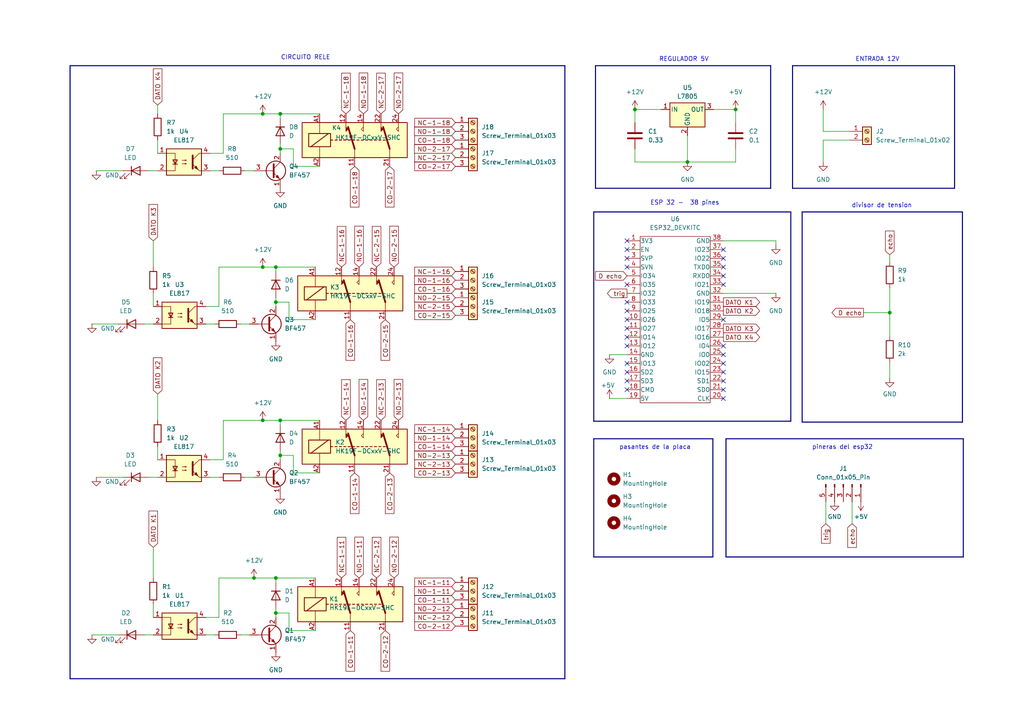
<source format=kicad_sch>
(kicad_sch (version 20250114) (generator "eeschema") (generator_version "9.0")
  (paper "A4")
  (lib_symbols
    (symbol "Connector:Conn_01x05_Pin" (pin_names (offset 1.016) (hide yes))
      (property "Reference" "J" (at 0 7.62 0))
      (property "Value" "Conn_01x05_Pin" (at 0 -7.62 0))
      (symbol "Conn_01x05_Pin_1_1"
        (pin passive line (at 5.08 5.08 180) (length 3.81) (name "Pin_1") (number "1"))
        (pin passive line (at 5.08 2.54 180) (length 3.81) (name "Pin_2") (number "2"))
        (pin passive line (at 5.08 0 180) (length 3.81) (name "Pin_3") (number "3"))
        (pin passive line (at 5.08 -2.54 180) (length 3.81) (name "Pin_4") (number "4"))
        (pin passive line (at 5.08 -5.08 180) (length 3.81) (name "Pin_5") (number "5"))
      )
    )
    (symbol "Connector:Screw_Terminal_01x02" (pin_names (offset 1.016) (hide yes))
      (property "Reference" "J" (at 0 2.54 0))
      (property "Value" "Screw_Terminal_01x02" (at 0 -5.08 0))
      (symbol "Screw_Terminal_01x02_1_1"
        (pin passive line (at -5.08 0 0) (length 3.81) (name "Pin_1") (number "1"))
        (pin passive line (at -5.08 -2.54 0) (length 3.81) (name "Pin_2") (number "2"))
      )
    )
    (symbol "Connector:Screw_Terminal_01x03" (pin_names (offset 1.016) (hide yes))
      (property "Reference" "J" (at 0 5.08 0))
      (property "Value" "Screw_Terminal_01x03" (at 0 -5.08 0))
      (symbol "Screw_Terminal_01x03_1_1"
        (pin passive line (at -5.08 2.54 0) (length 3.81) (name "Pin_1") (number "1"))
        (pin passive line (at -5.08 0 0) (length 3.81) (name "Pin_2") (number "2"))
        (pin passive line (at -5.08 -2.54 0) (length 3.81) (name "Pin_3") (number "3"))
      )
    )
    (symbol "Device:C" (pin_numbers (hide yes)) (pin_names (offset 0.254))
      (property "Reference" "C" (at 0.635 2.54 0))
      (property "Value" "C" (at 0.635 -2.54 0))
      (symbol "C_1_1"
        (pin passive line (at 0 3.81 270) (length 2.794) (name "~") (number "1"))
        (pin passive line (at 0 -3.81 90) (length 2.794) (name "~") (number "2"))
      )
    )
    (symbol "Device:D" (pin_numbers (hide yes)) (pin_names (offset 1.016) (hide yes))
      (property "Reference" "D" (at 0 2.54 0))
      (property "Value" "D" (at 0 -2.54 0))
      (symbol "D_1_1"
        (pin passive line (at -3.81 0 0) (length 2.54) (name "K") (number "1"))
        (pin passive line (at 3.81 0 180) (length 2.54) (name "A") (number "2"))
      )
    )
    (symbol "Device:LED" (pin_numbers (hide yes)) (pin_names (offset 1.016) (hide yes))
      (property "Reference" "D" (at 0 2.54 0))
      (property "Value" "LED" (at 0 -2.54 0))
      (symbol "LED_1_1"
        (pin passive line (at -3.81 0 0) (length 2.54) (name "K") (number "1"))
        (pin passive line (at 3.81 0 180) (length 2.54) (name "A") (number "2"))
      )
    )
    (symbol "Device:R" (pin_numbers (hide yes)) (pin_names (offset 0))
      (property "Reference" "R" (at 2.032 0 90))
      (property "Value" "R" (at 0 0 90))
      (symbol "R_1_1"
        (pin passive line (at 0 3.81 270) (length 1.27) (name "~") (number "1"))
        (pin passive line (at 0 -3.81 90) (length 1.27) (name "~") (number "2"))
      )
    )
    (symbol "EESTN5:ESP32_DEVKITC" (pin_names (offset 0.0254))
      (property "Reference" "U" (at 0 25.4 0))
      (property "Value" "ESP32_DEVKITC" (at 0 -25.4 0))
      (symbol "ESP32_DEVKITC_1_1"
        (pin passive line (at -13.97 22.86 0) (length 3.81) (name "3V3") (number "1"))
        (pin passive line (at -13.97 20.32 0) (length 3.81) (name "EN") (number "2"))
        (pin passive line (at -13.97 17.78 0) (length 3.81) (name "SVP") (number "3"))
        (pin passive line (at -13.97 15.24 0) (length 3.81) (name "SVN") (number "4"))
        (pin passive line (at -13.97 12.7 0) (length 3.81) (name "IO34") (number "5"))
        (pin passive line (at -13.97 10.16 0) (length 3.81) (name "IO35") (number "6"))
        (pin passive line (at -13.97 7.62 0) (length 3.81) (name "IO32") (number "7"))
        (pin passive line (at -13.97 5.08 0) (length 3.81) (name "IO33") (number "8"))
        (pin passive line (at -13.97 2.54 0) (length 3.81) (name "IO25") (number "9"))
        (pin passive line (at -13.97 0 0) (length 3.81) (name "IO26") (number "10"))
        (pin passive line (at -13.97 -2.54 0) (length 3.81) (name "IO27") (number "11"))
        (pin passive line (at -13.97 -5.08 0) (length 3.81) (name "IO14") (number "12"))
        (pin passive line (at -13.97 -7.62 0) (length 3.81) (name "IO12") (number "13"))
        (pin passive line (at -13.97 -10.16 0) (length 3.81) (name "GND") (number "14"))
        (pin passive line (at -13.97 -12.7 0) (length 3.81) (name "IO13") (number "15"))
        (pin passive line (at -13.97 -15.24 0) (length 3.81) (name "SD2") (number "16"))
        (pin passive line (at -13.97 -17.78 0) (length 3.81) (name "SD3") (number "17"))
        (pin passive line (at -13.97 -20.32 0) (length 3.81) (name "CMD") (number "18"))
        (pin passive line (at -13.97 -22.86 0) (length 3.81) (name "5V") (number "19"))
        (pin passive line (at 13.97 22.86 180) (length 3.81) (name "GND") (number "38"))
        (pin passive line (at 13.97 20.32 180) (length 3.81) (name "IO23") (number "37"))
        (pin passive line (at 13.97 17.78 180) (length 3.81) (name "IO22") (number "36"))
        (pin passive line (at 13.97 15.24 180) (length 3.81) (name "TXD0") (number "35"))
        (pin passive line (at 13.97 12.7 180) (length 3.81) (name "RXD0") (number "34"))
        (pin passive line (at 13.97 10.16 180) (length 3.81) (name "IO21") (number "33"))
        (pin passive line (at 13.97 7.62 180) (length 3.81) (name "GND") (number "32"))
        (pin passive line (at 13.97 5.08 180) (length 3.81) (name "IO19") (number "31"))
        (pin passive line (at 13.97 2.54 180) (length 3.81) (name "IO18") (number "30"))
        (pin passive line (at 13.97 0 180) (length 3.81) (name "IO5") (number "29"))
        (pin passive line (at 13.97 -2.54 180) (length 3.81) (name "IO17") (number "28"))
        (pin passive line (at 13.97 -5.08 180) (length 3.81) (name "IO16") (number "27"))
        (pin passive line (at 13.97 -7.62 180) (length 3.81) (name "IO4") (number "26"))
        (pin passive line (at 13.97 -10.16 180) (length 3.81) (name "IO0") (number "25"))
        (pin passive line (at 13.97 -12.7 180) (length 3.81) (name "IO02") (number "24"))
        (pin passive line (at 13.97 -15.24 180) (length 3.81) (name "IO15") (number "23"))
        (pin passive line (at 13.97 -17.78 180) (length 3.81) (name "SD1") (number "22"))
        (pin passive line (at 13.97 -20.32 180) (length 3.81) (name "SD0") (number "21"))
        (pin passive line (at 13.97 -22.86 180) (length 3.81) (name "CLK") (number "20"))
      )
    )
    (symbol "Isolator:EL817" (pin_names (offset 1.016))
      (property "Reference" "U" (at -5.08 5.08 0))
      (property "Value" "EL817" (at 0 5.08 0))
      (symbol "EL817_1_1"
        (pin passive line (at -7.62 2.54 0) (length 2.54) (name "~") (number "1"))
        (pin passive line (at -7.62 -2.54 0) (length 2.54) (name "~") (number "2"))
        (pin passive line (at 7.62 2.54 180) (length 2.54) (name "~") (number "4"))
        (pin passive line (at 7.62 -2.54 180) (length 2.54) (name "~") (number "3"))
      )
    )
    (symbol "Mechanical:MountingHole" (pin_names (offset 1.016)) (in_bom no)
      (property "Reference" "H" (at 0 5.08 0))
      (property "Value" "MountingHole" (at 0 3.175 0))
    )
    (symbol "Regulator_Linear:L7805" (pin_names (offset 0.254))
      (property "Reference" "U" (at -3.81 3.175 0))
      (property "Value" "L7805" (at 0 3.175 0))
      (symbol "L7805_1_1"
        (pin power_in line (at -7.62 0 0) (length 2.54) (name "IN") (number "1"))
        (pin power_in line (at 0 -7.62 90) (length 2.54) (name "GND") (number "2"))
        (pin power_out line (at 7.62 0 180) (length 2.54) (name "OUT") (number "3"))
      )
    )
    (symbol "Relay:HK19F-DCxxV-SHC"
      (property "Reference" "K" (at 16.51 3.81 0))
      (property "Value" "HK19F-DCxxV-SHC" (at 16.51 1.27 0))
      (symbol "HK19F-DCxxV-SHC_1_1"
        (pin passive line (at -10.16 7.62 270) (length 2.54) (name "~") (number "A1"))
        (pin passive line (at -10.16 -7.62 90) (length 2.54) (name "~") (number "A2"))
        (pin passive line (at -2.54 7.62 270) (length 2.54) (name "~") (number "12"))
        (pin passive line (at 0 -7.62 90) (length 2.54) (name "~") (number "11"))
        (pin passive line (at 2.54 7.62 270) (length 2.54) (name "~") (number "14"))
        (pin passive line (at 7.62 7.62 270) (length 2.54) (name "~") (number "22"))
        (pin passive line (at 10.16 -7.62 90) (length 2.54) (name "~") (number "21"))
        (pin passive line (at 12.7 7.62 270) (length 2.54) (name "~") (number "24"))
      )
    )
    (symbol "Transistor_BJT:BF457" (pin_names (offset 0) (hide yes))
      (property "Reference" "Q" (at 5.08 1.905 0))
      (property "Value" "BF457" (at 5.08 0 0))
      (symbol "BF457_1_1"
        (pin input line (at -5.08 0 0) (length 2.54) (name "B") (number "3"))
        (pin passive line (at 2.54 5.08 270) (length 2.54) (name "C") (number "2"))
        (pin passive line (at 2.54 -5.08 90) (length 2.54) (name "E") (number "1"))
      )
    )
    (symbol "power:+12C" (power) (pin_numbers (hide yes)) (pin_names (offset 0) (hide yes))
      (property "Value" "+12C" (at 0 3.556 0))
      (symbol "+12C_1_1"
        (pin power_in line (at 0 0 90) (length 0) (name "~") (number "1"))
      )
    )
    (symbol "power:+12V" (power) (pin_numbers (hide yes)) (pin_names (offset 0) (hide yes))
      (property "Value" "+12V" (at 0 3.556 0))
      (symbol "+12V_1_1"
        (pin power_in line (at 0 0 90) (length 0) (name "~") (number "1"))
      )
    )
    (symbol "power:+5V" (power) (pin_numbers (hide yes)) (pin_names (offset 0) (hide yes))
      (property "Value" "+5V" (at 0 3.556 0))
      (symbol "+5V_1_1"
        (pin power_in line (at 0 0 90) (length 0) (name "~") (number "1"))
      )
    )
    (symbol "power:GND" (power) (pin_numbers (hide yes)) (pin_names (offset 0) (hide yes))
      (property "Value" "GND" (at 0 -3.81 0))
      (symbol "GND_1_1"
        (pin power_in line (at 0 0 270) (length 0) (name "~") (number "1"))
      )
    )
  )
  (text "ESP 32 -  38 pines\n" (at 198.628 58.928 0) (effects (font (size 1.27 1.27))))
  (text "ENTRADA 12V\n" (at 254.508 17.272 0) (effects (font (size 1.27 1.27))))
  (text "pasantes de la placa\n" (at 189.992 129.794 0) (effects (font (size 1.27 1.27))))
  (text "CIRCUITO RELE" (at 88.646 16.764 0) (effects (font (size 1.27 1.27))))
  (text "REGULADOR 5V\n" (at 198.374 17.272 0) (effects (font (size 1.27 1.27))))
  (text "divisor de tension\n" (at 255.778 59.69 0) (effects (font (size 1.27 1.27))))
  (text "pineras del esp32\n" (at 244.348 129.794 0) (effects (font (size 1.27 1.27))))
  (junction (at 81.28 33.02))
  (junction (at 184.15 31.75))
  (junction (at 81.28 132.08))
  (junction (at 80.01 87.63))
  (junction (at 199.39 46.99))
  (junction (at 81.28 43.18))
  (junction (at 76.2 77.47))
  (junction (at 76.2 121.92))
  (junction (at 258.064 90.678))
  (junction (at 76.2 33.02))
  (junction (at 80.01 177.8))
  (junction (at 73.66 167.64))
  (junction (at 80.01 77.47))
  (junction (at 80.01 167.64))
  (junction (at 81.28 121.92))
  (junction (at 213.36 31.75))
  (no_connect (at 181.864 95.25))
  (no_connect (at 209.804 105.41))
  (no_connect (at 181.864 82.55))
  (no_connect (at 181.864 97.79))
  (no_connect (at 181.864 105.41))
  (no_connect (at 209.804 107.95))
  (no_connect (at 181.864 74.93))
  (no_connect (at 209.804 113.03))
  (no_connect (at 209.804 115.57))
  (no_connect (at 181.864 113.03))
  (no_connect (at 181.864 69.85))
  (no_connect (at 181.864 107.95))
  (no_connect (at 209.804 72.39))
  (no_connect (at 181.864 100.33))
  (no_connect (at 181.864 110.49))
  (no_connect (at 209.804 100.33))
  (no_connect (at 181.864 77.47))
  (no_connect (at 209.804 82.55))
  (no_connect (at 209.804 110.49))
  (no_connect (at 209.804 74.93))
  (no_connect (at 181.864 92.71))
  (no_connect (at 209.804 80.01))
  (no_connect (at 209.804 102.87))
  (no_connect (at 209.804 92.71))
  (no_connect (at 181.864 87.63))
  (no_connect (at 181.864 90.17))
  (no_connect (at 209.804 77.47))
  (no_connect (at 181.864 72.39))
  (wire (pts (xy 45.72 40.64) (xy 45.72 44.45)))
  (wire (pts (xy 91.44 92.71) (xy 83.82 92.71)))
  (wire (pts (xy 60.96 138.43) (xy 63.5 138.43)))
  (bus (pts (xy 223.52 54.61) (xy 172.72 54.61)))
  (wire (pts (xy 80.01 77.47) (xy 80.01 78.74)))
  (wire (pts (xy 81.28 33.02) (xy 81.28 34.29)))
  (bus (pts (xy 232.664 61.468) (xy 279.146 61.468)))
  (wire (pts (xy 60.96 49.53) (xy 63.5 49.53)))
  (bus (pts (xy 172.212 161.544) (xy 206.756 161.544)))
  (wire (pts (xy 81.28 130.81) (xy 81.28 132.08)))
  (wire (pts (xy 60.96 44.45) (xy 64.77 44.45)))
  (wire (pts (xy 63.5 167.64) (xy 63.5 179.07)))
  (wire (pts (xy 27.94 138.43) (xy 35.56 138.43)))
  (wire (pts (xy 81.28 33.02) (xy 92.71 33.02)))
  (wire (pts (xy 41.91 184.15) (xy 44.45 184.15)))
  (wire (pts (xy 69.85 93.98) (xy 72.39 93.98)))
  (wire (pts (xy 59.69 184.15) (xy 62.23 184.15)))
  (bus (pts (xy 229.362 61.468) (xy 229.362 122.174)))
  (wire (pts (xy 184.15 46.99) (xy 199.39 46.99)))
  (wire (pts (xy 246.38 40.64) (xy 238.76 40.64)))
  (wire (pts (xy 63.5 167.64) (xy 73.66 167.64)))
  (wire (pts (xy 209.804 85.09) (xy 225.044 85.09)))
  (bus (pts (xy 279.4 161.544) (xy 279.4 127.254)))
  (wire (pts (xy 59.69 93.98) (xy 62.23 93.98)))
  (wire (pts (xy 81.28 132.08) (xy 85.09 132.08)))
  (bus (pts (xy 20.32 19.05) (xy 163.83 19.05)))
  (wire (pts (xy 80.01 177.8) (xy 83.82 177.8)))
  (wire (pts (xy 64.77 33.02) (xy 76.2 33.02)))
  (bus (pts (xy 172.212 127.254) (xy 172.212 161.544)))
  (wire (pts (xy 83.82 92.71) (xy 83.82 87.63)))
  (wire (pts (xy 258.064 90.678) (xy 258.064 97.536)))
  (wire (pts (xy 238.76 31.75) (xy 238.76 38.1)))
  (bus (pts (xy 232.664 61.468) (xy 232.664 122.428)))
  (wire (pts (xy 76.2 77.47) (xy 80.01 77.47)))
  (wire (pts (xy 73.66 167.64) (xy 80.01 167.64)))
  (wire (pts (xy 250.444 90.678) (xy 258.064 90.678)))
  (wire (pts (xy 184.15 31.75) (xy 184.15 35.56)))
  (wire (pts (xy 80.01 176.53) (xy 80.01 177.8)))
  (wire (pts (xy 71.12 49.53) (xy 73.66 49.53)))
  (wire (pts (xy 258.064 73.914) (xy 258.064 75.946)))
  (bus (pts (xy 229.87 54.61) (xy 276.86 54.61)))
  (wire (pts (xy 59.69 179.07) (xy 63.5 179.07)))
  (wire (pts (xy 44.45 175.26) (xy 44.45 179.07)))
  (bus (pts (xy 229.87 19.05) (xy 276.86 19.05)))
  (wire (pts (xy 247.142 145.542) (xy 247.142 151.892)))
  (wire (pts (xy 213.36 46.99) (xy 213.36 43.18)))
  (wire (pts (xy 258.064 83.566) (xy 258.064 90.678)))
  (wire (pts (xy 43.18 49.53) (xy 45.72 49.53)))
  (wire (pts (xy 69.85 184.15) (xy 72.39 184.15)))
  (wire (pts (xy 238.76 40.64) (xy 238.76 46.99)))
  (wire (pts (xy 258.064 105.156) (xy 258.064 109.728)))
  (wire (pts (xy 81.28 132.08) (xy 81.28 133.35)))
  (wire (pts (xy 80.01 86.36) (xy 80.01 87.63)))
  (wire (pts (xy 207.01 31.75) (xy 213.36 31.75)))
  (wire (pts (xy 44.45 85.09) (xy 44.45 88.9)))
  (wire (pts (xy 239.522 145.542) (xy 239.522 151.892)))
  (wire (pts (xy 80.01 87.63) (xy 80.01 88.9)))
  (bus (pts (xy 172.72 19.05) (xy 223.52 19.05)))
  (wire (pts (xy 81.28 121.92) (xy 92.71 121.92)))
  (wire (pts (xy 45.72 129.54) (xy 45.72 133.35)))
  (wire (pts (xy 191.77 31.75) (xy 184.15 31.75)))
  (wire (pts (xy 45.72 114.3) (xy 45.72 121.92)))
  (wire (pts (xy 80.01 87.63) (xy 83.82 87.63)))
  (wire (pts (xy 41.91 93.98) (xy 44.45 93.98)))
  (wire (pts (xy 80.01 177.8) (xy 80.01 179.07)))
  (bus (pts (xy 210.566 127.254) (xy 279.4 127.254)))
  (wire (pts (xy 45.72 30.48) (xy 45.72 33.02)))
  (wire (pts (xy 81.28 43.18) (xy 85.09 43.18)))
  (wire (pts (xy 176.784 102.87) (xy 181.864 102.87)))
  (wire (pts (xy 44.45 69.85) (xy 44.45 77.47)))
  (bus (pts (xy 172.212 61.468) (xy 172.212 122.174)))
  (wire (pts (xy 92.71 48.26) (xy 85.09 48.26)))
  (wire (pts (xy 184.15 43.18) (xy 184.15 46.99)))
  (wire (pts (xy 85.09 137.16) (xy 85.09 132.08)))
  (wire (pts (xy 80.01 167.64) (xy 80.01 168.91)))
  (wire (pts (xy 64.77 121.92) (xy 64.77 133.35)))
  (wire (pts (xy 59.69 88.9) (xy 63.5 88.9)))
  (wire (pts (xy 81.28 121.92) (xy 81.28 123.19)))
  (bus (pts (xy 172.212 61.468) (xy 229.362 61.468)))
  (wire (pts (xy 64.77 33.02) (xy 64.77 44.45)))
  (wire (pts (xy 63.5 77.47) (xy 76.2 77.47)))
  (wire (pts (xy 27.94 49.53) (xy 35.56 49.53)))
  (wire (pts (xy 199.39 46.99) (xy 213.36 46.99)))
  (wire (pts (xy 238.76 38.1) (xy 246.38 38.1)))
  (bus (pts (xy 172.72 19.05) (xy 172.72 54.61)))
  (bus (pts (xy 163.83 196.85) (xy 163.83 19.05)))
  (bus (pts (xy 210.566 161.544) (xy 279.4 161.544)))
  (bus (pts (xy 206.756 161.544) (xy 206.756 127.254)))
  (wire (pts (xy 63.5 77.47) (xy 63.5 88.9)))
  (wire (pts (xy 80.01 167.64) (xy 91.44 167.64)))
  (wire (pts (xy 26.67 93.98) (xy 34.29 93.98)))
  (wire (pts (xy 76.2 121.92) (xy 81.28 121.92)))
  (bus (pts (xy 210.566 127.254) (xy 210.566 161.544)))
  (bus (pts (xy 276.86 19.05) (xy 276.86 54.61)))
  (wire (pts (xy 81.28 41.91) (xy 81.28 43.18)))
  (wire (pts (xy 92.71 137.16) (xy 85.09 137.16)))
  (wire (pts (xy 64.77 121.92) (xy 76.2 121.92)))
  (wire (pts (xy 43.18 138.43) (xy 45.72 138.43)))
  (bus (pts (xy 229.362 122.174) (xy 172.212 122.174)))
  (wire (pts (xy 26.67 184.15) (xy 34.29 184.15)))
  (wire (pts (xy 76.2 33.02) (xy 81.28 33.02)))
  (wire (pts (xy 199.39 39.37) (xy 199.39 46.99)))
  (wire (pts (xy 176.784 115.57) (xy 181.864 115.57)))
  (wire (pts (xy 91.44 182.88) (xy 83.82 182.88)))
  (wire (pts (xy 81.28 43.18) (xy 81.28 44.45)))
  (wire (pts (xy 85.09 48.26) (xy 85.09 43.18)))
  (wire (pts (xy 225.044 69.85) (xy 225.044 71.12)))
  (bus (pts (xy 229.87 54.61) (xy 229.87 19.05)))
  (wire (pts (xy 213.36 31.75) (xy 213.36 35.56)))
  (bus (pts (xy 20.32 196.85) (xy 163.83 196.85)))
  (bus (pts (xy 172.212 127.254) (xy 206.756 127.254)))
  (bus (pts (xy 279.146 122.428) (xy 279.146 61.468)))
  (bus (pts (xy 232.664 122.428) (xy 279.146 122.428)))
  (wire (pts (xy 209.804 69.85) (xy 225.044 69.85)))
  (wire (pts (xy 80.01 77.47) (xy 91.44 77.47)))
  (wire (pts (xy 71.12 138.43) (xy 73.66 138.43)))
  (bus (pts (xy 223.52 19.05) (xy 223.52 54.61)))
  (bus (pts (xy 20.32 19.05) (xy 20.32 196.85)))
  (wire (pts (xy 83.82 182.88) (xy 83.82 177.8)))
  (wire (pts (xy 60.96 133.35) (xy 64.77 133.35)))
  (wire (pts (xy 44.45 158.75) (xy 44.45 167.64)))
  (global_label "NC-1-18" (shape input) (at 100.33 33.02 90) (property "Intersheetrefs" "${INTERSHEET_REFS}" (effects (hide yes))))
  (global_label "NC-2-15" (shape input) (at 132.08 88.9 180) (property "Intersheetrefs" "${INTERSHEET_REFS}" (effects (hide yes))))
  (global_label "NO-2-15" (shape input) (at 114.3 77.47 90) (property "Intersheetrefs" "${INTERSHEET_REFS}" (effects (hide yes))))
  (global_label "NO-2-13" (shape input) (at 115.57 121.92 90) (property "Intersheetrefs" "${INTERSHEET_REFS}" (effects (hide yes))))
  (global_label "CO-1-18" (shape input) (at 132.08 40.64 180) (property "Intersheetrefs" "${INTERSHEET_REFS}" (effects (hide yes))))
  (global_label "NO-2-13" (shape input) (at 132.08 132.08 180) (property "Intersheetrefs" "${INTERSHEET_REFS}" (effects (hide yes))))
  (global_label "CO-1-11" (shape input) (at 132.08 173.99 180) (property "Intersheetrefs" "${INTERSHEET_REFS}" (effects (hide yes))))
  (global_label "NC-2-12" (shape input) (at 132.08 179.07 180) (property "Intersheetrefs" "${INTERSHEET_REFS}" (effects (hide yes))))
  (global_label "NO-1-18" (shape input) (at 105.41 33.02 90) (property "Intersheetrefs" "${INTERSHEET_REFS}" (effects (hide yes))))
  (global_label "NO-2-17" (shape input) (at 132.08 43.18 180) (property "Intersheetrefs" "${INTERSHEET_REFS}" (effects (hide yes))))
  (global_label "NC-2-13" (shape input) (at 132.08 134.62 180) (property "Intersheetrefs" "${INTERSHEET_REFS}" (effects (hide yes))))
  (global_label "CO-2-12" (shape input) (at 132.08 181.61 180) (property "Intersheetrefs" "${INTERSHEET_REFS}" (effects (hide yes))))
  (global_label "NC-2-13" (shape input) (at 110.49 121.92 90) (property "Intersheetrefs" "${INTERSHEET_REFS}" (effects (hide yes))))
  (global_label "NO-1-16" (shape input) (at 104.14 77.47 90) (property "Intersheetrefs" "${INTERSHEET_REFS}" (effects (hide yes))))
  (global_label "DATO K4" (shape input) (at 45.72 30.48 90) (property "Intersheetrefs" "${INTERSHEET_REFS}" (effects (hide yes))))
  (global_label "CO-2-12" (shape input) (at 111.76 182.88 270) (property "Intersheetrefs" "${INTERSHEET_REFS}" (effects (hide yes))))
  (global_label "CO-2-15" (shape input) (at 111.76 92.71 270) (property "Intersheetrefs" "${INTERSHEET_REFS}" (effects (hide yes))))
  (global_label "NO-2-12" (shape input) (at 114.3 167.64 90) (property "Intersheetrefs" "${INTERSHEET_REFS}" (effects (hide yes))))
  (global_label "NO-1-11" (shape input) (at 132.08 171.45 180) (property "Intersheetrefs" "${INTERSHEET_REFS}" (effects (hide yes))))
  (global_label "CO-2-15" (shape input) (at 132.08 91.44 180) (property "Intersheetrefs" "${INTERSHEET_REFS}" (effects (hide yes))))
  (global_label "echo" (shape input) (at 247.142 151.892 270) (property "Intersheetrefs" "${INTERSHEET_REFS}" (effects (hide yes))))
  (global_label "NC-1-11" (shape input) (at 132.08 168.91 180) (property "Intersheetrefs" "${INTERSHEET_REFS}" (effects (hide yes))))
  (global_label "NC-2-17" (shape input) (at 132.08 45.72 180) (property "Intersheetrefs" "${INTERSHEET_REFS}" (effects (hide yes))))
  (global_label "D echo" (shape output) (at 250.444 90.678 180) (property "Intersheetrefs" "${INTERSHEET_REFS}" (effects (hide yes))))
  (global_label "NO-1-16" (shape input) (at 132.08 81.28 180) (property "Intersheetrefs" "${INTERSHEET_REFS}" (effects (hide yes))))
  (global_label "CO-2-17" (shape input) (at 132.08 48.26 180) (property "Intersheetrefs" "${INTERSHEET_REFS}" (effects (hide yes))))
  (global_label "DATO K1" (shape input) (at 44.45 158.75 90) (property "Intersheetrefs" "${INTERSHEET_REFS}" (effects (hide yes))))
  (global_label "NC-1-16" (shape input) (at 99.06 77.47 90) (property "Intersheetrefs" "${INTERSHEET_REFS}" (effects (hide yes))))
  (global_label "CO-2-13" (shape input) (at 113.03 137.16 270) (property "Intersheetrefs" "${INTERSHEET_REFS}" (effects (hide yes))))
  (global_label "echo" (shape input) (at 258.064 73.914 90) (property "Intersheetrefs" "${INTERSHEET_REFS}" (effects (hide yes))))
  (global_label "NO-2-15" (shape input) (at 132.08 86.36 180) (property "Intersheetrefs" "${INTERSHEET_REFS}" (effects (hide yes))))
  (global_label "NC-1-18" (shape input) (at 132.08 35.56 180) (property "Intersheetrefs" "${INTERSHEET_REFS}" (effects (hide yes))))
  (global_label "CO-1-16" (shape input) (at 132.08 83.82 180) (property "Intersheetrefs" "${INTERSHEET_REFS}" (effects (hide yes))))
  (global_label "NC-1-11" (shape input) (at 99.06 167.64 90) (property "Intersheetrefs" "${INTERSHEET_REFS}" (effects (hide yes))))
  (global_label "NC-2-17" (shape input) (at 110.49 33.02 90) (property "Intersheetrefs" "${INTERSHEET_REFS}" (effects (hide yes))))
  (global_label "CO-1-18" (shape input) (at 102.87 48.26 270) (property "Intersheetrefs" "${INTERSHEET_REFS}" (effects (hide yes))))
  (global_label "D echo" (shape input) (at 181.864 80.01 180) (property "Intersheetrefs" "${INTERSHEET_REFS}" (effects (hide yes))))
  (global_label "NO-1-14" (shape input) (at 132.08 127 180) (property "Intersheetrefs" "${INTERSHEET_REFS}" (effects (hide yes))))
  (global_label "NC-1-16" (shape input) (at 132.08 78.74 180) (property "Intersheetrefs" "${INTERSHEET_REFS}" (effects (hide yes))))
  (global_label "CO-1-14" (shape input) (at 102.87 137.16 270) (property "Intersheetrefs" "${INTERSHEET_REFS}" (effects (hide yes))))
  (global_label "NO-2-17" (shape input) (at 115.57 33.02 90) (property "Intersheetrefs" "${INTERSHEET_REFS}" (effects (hide yes))))
  (global_label "NO-1-11" (shape input) (at 104.14 167.64 90) (property "Intersheetrefs" "${INTERSHEET_REFS}" (effects (hide yes))))
  (global_label "NC-1-14" (shape input) (at 132.08 124.46 180) (property "Intersheetrefs" "${INTERSHEET_REFS}" (effects (hide yes))))
  (global_label "trig" (shape output) (at 181.864 85.09 180) (property "Intersheetrefs" "${INTERSHEET_REFS}" (effects (hide yes))))
  (global_label "NC-2-12" (shape input) (at 109.22 167.64 90) (property "Intersheetrefs" "${INTERSHEET_REFS}" (effects (hide yes))))
  (global_label "DATO K4" (shape output) (at 209.804 97.79 0) (property "Intersheetrefs" "${INTERSHEET_REFS}" (effects (hide yes))))
  (global_label "DATO K2" (shape output) (at 209.804 90.17 0) (property "Intersheetrefs" "${INTERSHEET_REFS}" (effects (hide yes))))
  (global_label "DATO K1" (shape output) (at 209.804 87.63 0) (property "Intersheetrefs" "${INTERSHEET_REFS}" (effects (hide yes))))
  (global_label "NC-1-14" (shape input) (at 100.33 121.92 90) (property "Intersheetrefs" "${INTERSHEET_REFS}" (effects (hide yes))))
  (global_label "trig" (shape input) (at 239.522 151.892 270) (property "Intersheetrefs" "${INTERSHEET_REFS}" (effects (hide yes))))
  (global_label "CO-2-13" (shape input) (at 132.08 137.16 180) (property "Intersheetrefs" "${INTERSHEET_REFS}" (effects (hide yes))))
  (global_label "CO-1-11" (shape input) (at 101.6 182.88 270) (property "Intersheetrefs" "${INTERSHEET_REFS}" (effects (hide yes))))
  (global_label "DATO K3" (shape input) (at 44.45 69.85 90) (property "Intersheetrefs" "${INTERSHEET_REFS}" (effects (hide yes))))
  (global_label "CO-2-17" (shape input) (at 113.03 48.26 270) (property "Intersheetrefs" "${INTERSHEET_REFS}" (effects (hide yes))))
  (global_label "NO-1-18" (shape input) (at 132.08 38.1 180) (property "Intersheetrefs" "${INTERSHEET_REFS}" (effects (hide yes))))
  (global_label "NO-1-14" (shape input) (at 105.41 121.92 90) (property "Intersheetrefs" "${INTERSHEET_REFS}" (effects (hide yes))))
  (global_label "DATO K2" (shape input) (at 45.72 114.3 90) (property "Intersheetrefs" "${INTERSHEET_REFS}" (effects (hide yes))))
  (global_label "NO-2-12" (shape input) (at 132.08 176.53 180) (property "Intersheetrefs" "${INTERSHEET_REFS}" (effects (hide yes))))
  (global_label "CO-1-16" (shape input) (at 101.6 92.71 270) (property "Intersheetrefs" "${INTERSHEET_REFS}" (effects (hide yes))))
  (global_label "NC-2-15" (shape input) (at 109.22 77.47 90) (property "Intersheetrefs" "${INTERSHEET_REFS}" (effects (hide yes))))
  (global_label "DATO K3" (shape output) (at 209.804 95.25 0) (property "Intersheetrefs" "${INTERSHEET_REFS}" (effects (hide yes))))
  (global_label "CO-1-14" (shape input) (at 132.08 129.54 180) (property "Intersheetrefs" "${INTERSHEET_REFS}" (effects (hide yes))))
  (symbol (lib_id "Mechanical:MountingHole") (at 178.054 145.288 0) (unit 1) (in_bom no)
    (property "Reference" "H3" (at 180.594 144.0179 0) (effects (justify left)))
    (property "Value" "MountingHole" (at 180.594 146.5579 0) (effects (justify left)))
    (property "Footprint" "MountingHole:MountingHole_2.1mm" (effects (hide yes)))
    (property "Description" "Mounting Hole without connection" (effects (hide yes)))
  )
  (symbol (lib_id "power:GND") (at 258.064 109.728 0) (unit 1)
    (property "Reference" "#PWR015" (effects (hide yes)))
    (property "Value" "GND" (at 258.064 114.3 0))
    (property "Description" "Power symbol creates a global label with name \"GND\" , ground" (effects (hide yes)))
  )
  (symbol (lib_id "Transistor_BJT:BF457") (at 77.47 93.98 0) (unit 1)
    (property "Reference" "Q3" (at 82.55 92.7099 0) (effects (justify left)))
    (property "Value" "BF457" (at 82.55 95.2499 0) (effects (justify left)))
    (property "Footprint" "Package_TO_SOT_SMD:SOT-23" (effects (hide yes)))
    (property "Datasheet" "https://www.pcpaudio.com/pcpfiles/transistores/BF457-8-9.pdf" (effects (hide yes)))
    (property "Description" "0.1A Ic, 160V Vce, High Voltage NPN Transistor, TO-126" (effects (hide yes)))
  )
  (symbol (lib_id "Isolator:EL817") (at 52.07 91.44 0) (unit 1)
    (property "Reference" "U3" (at 52.07 82.55 0))
    (property "Value" "EL817" (at 52.07 85.09 0))
    (property "Footprint" "Package_DIP:DIP-4_W7.62mm" (effects (hide yes)))
    (property "Datasheet" "http://www.everlight.com/file/ProductFile/EL817.pdf" (effects (hide yes)))
    (property "Description" "DC Optocoupler, Vce 35V, DIP-4" (effects (hide yes)))
  )
  (symbol (lib_id "power:GND") (at 80.01 99.06 0) (unit 1)
    (property "Reference" "#PWR06" (effects (hide yes)))
    (property "Value" "GND" (at 80.01 104.14 0))
    (property "Description" "Power symbol creates a global label with name \"GND\" , ground" (effects (hide yes)))
  )
  (symbol (lib_id "Device:C") (at 184.15 39.37 0) (unit 1)
    (property "Reference" "C1" (at 187.96 38.0999 0) (effects (justify left)))
    (property "Value" "0.33" (at 187.96 40.6399 0) (effects (justify left)))
    (property "Footprint" "Capacitor_SMD:C_0805_2012Metric" (effects (hide yes)))
    (property "Description" "Unpolarized capacitor" (effects (hide yes)))
  )
  (symbol (lib_id "Device:LED") (at 38.1 184.15 0) (unit 1)
    (property "Reference" "D2" (at 36.5125 177.8 0))
    (property "Value" "LED" (at 36.5125 180.34 0))
    (property "Footprint" "LED_SMD:LED_0805_2012Metric" (effects (hide yes)))
    (property "Description" "Light emitting diode" (effects (hide yes)))
    (property "Sim.Pins" "1=K 2=A" (effects (hide yes)))
  )
  (symbol (lib_id "Connector:Screw_Terminal_01x03") (at 137.16 134.62 0) (unit 1)
    (property "Reference" "J13" (at 139.7 133.3499 0) (effects (justify left)))
    (property "Value" "Screw_Terminal_01x03" (at 139.7 135.8899 0) (effects (justify left)))
    (property "Footprint" "TerminalBlock:TerminalBlock_Xinya_XY308-2.54-3P_1x03_P2.54mm_Horizontal" (effects (hide yes)))
    (property "Description" "Generic screw terminal, single row, 01x03, script generated (kicad-library-utils/schlib/autogen/connector/)" (effects (hide yes)))
  )
  (symbol (lib_id "Connector:Screw_Terminal_01x03") (at 137.16 45.72 0) (unit 1)
    (property "Reference" "J17" (at 139.7 44.4499 0) (effects (justify left)))
    (property "Value" "Screw_Terminal_01x03" (at 139.7 46.9899 0) (effects (justify left)))
    (property "Footprint" "TerminalBlock:TerminalBlock_Xinya_XY308-2.54-3P_1x03_P2.54mm_Horizontal" (effects (hide yes)))
    (property "Description" "Generic screw terminal, single row, 01x03, script generated (kicad-library-utils/schlib/autogen/connector/)" (effects (hide yes)))
  )
  (symbol (lib_id "Mechanical:MountingHole") (at 178.054 151.638 0) (unit 1) (in_bom no)
    (property "Reference" "H4" (at 180.594 150.3679 0) (effects (justify left)))
    (property "Value" "MountingHole" (at 180.594 152.9079 0) (effects (justify left)))
    (property "Footprint" "MountingHole:MountingHole_2.1mm" (effects (hide yes)))
    (property "Description" "Mounting Hole without connection" (effects (hide yes)))
  )
  (symbol (lib_id "Transistor_BJT:BF457") (at 77.47 184.15 0) (unit 1)
    (property "Reference" "Q1" (at 82.55 182.8799 0) (effects (justify left)))
    (property "Value" "BF457" (at 82.55 185.4199 0) (effects (justify left)))
    (property "Footprint" "Package_TO_SOT_SMD:SOT-23" (effects (hide yes)))
    (property "Datasheet" "https://www.pcpaudio.com/pcpfiles/transistores/BF457-8-9.pdf" (effects (hide yes)))
    (property "Description" "0.1A Ic, 160V Vce, High Voltage NPN Transistor, TO-126" (effects (hide yes)))
  )
  (symbol (lib_id "Regulator_Linear:L7805") (at 199.39 31.75 0) (unit 1)
    (property "Reference" "U5" (at 199.39 25.4 0))
    (property "Value" "L7805" (at 199.39 27.94 0))
    (property "Footprint" "Package_TO_SOT_SMD:TO-263-3_TabPin2" (effects (hide yes)))
    (property "Datasheet" "http://www.st.com/content/ccc/resource/technical/document/datasheet/41/4f/b3/b0/12/d4/47/88/CD00000444.pdf/files/CD00000444.pdf/jcr:content/translations/en.CD00000444.pdf" (effects (hide yes)))
    (property "Description" "Positive 1.5A 35V Linear Regulator, Fixed Output 5V, TO-220/TO-263/TO-252" (effects (hide yes)))
  )
  (symbol (lib_id "power:GND") (at 238.76 46.99 0) (unit 1)
    (property "Reference" "#PWR013" (effects (hide yes)))
    (property "Value" "GND" (at 238.76 52.07 0))
    (property "Description" "Power symbol creates a global label with name \"GND\" , ground" (effects (hide yes)))
  )
  (symbol (lib_id "Relay:HK19F-DCxxV-SHC") (at 102.87 129.54 0) (unit 1)
    (property "Reference" "K2" (at 97.282 128.27 0) (effects (justify left)))
    (property "Value" "HK19F-DCxxV-SHC" (at 97.282 130.81 0) (effects (justify left)))
    (property "Footprint" "Relay_THT:Relay_DPDT_Finder_30.22" (effects (hide yes)))
    (property "Datasheet" "https://www.lcsc.com/datasheet/lcsc_datasheet_1810201512_Ningbo-Keke-New-Era-Appliance-HK19F-DC12V-SHG_C42803.pdf" (effects (hide yes)))
    (property "Description" "HuiKe 19F monostable relay, DPDT, 1A" (effects (hide yes)))
  )
  (symbol (lib_id "Relay:HK19F-DCxxV-SHC") (at 101.6 175.26 0) (unit 1)
    (property "Reference" "K1" (at 95.504 173.736 0) (effects (justify left)))
    (property "Value" "HK19F-DCxxV-SHC" (at 95.504 176.276 0) (effects (justify left)))
    (property "Footprint" "Relay_THT:Relay_DPDT_Finder_30.22" (effects (hide yes)))
    (property "Datasheet" "https://www.lcsc.com/datasheet/lcsc_datasheet_1810201512_Ningbo-Keke-New-Era-Appliance-HK19F-DC12V-SHG_C42803.pdf" (effects (hide yes)))
    (property "Description" "HuiKe 19F monostable relay, DPDT, 1A" (effects (hide yes)))
  )
  (symbol (lib_id "power:GND") (at 80.01 189.23 0) (unit 1)
    (property "Reference" "#PWR01" (effects (hide yes)))
    (property "Value" "GND" (at 80.01 194.31 0))
    (property "Description" "Power symbol creates a global label with name \"GND\" , ground" (effects (hide yes)))
  )
  (symbol (lib_id "Connector:Conn_01x05_Pin") (at 244.602 140.462 270) (unit 1)
    (property "Reference" "J1" (at 244.602 135.89 90))
    (property "Value" "Conn_01x05_Pin" (at 244.602 138.43 90))
    (property "Footprint" "Connector_PinHeader_2.54mm:PinHeader_1x05_P2.54mm_Vertical" (effects (hide yes)))
    (property "Description" "Generic connector, single row, 01x05, script generated" (effects (hide yes)))
  )
  (symbol (lib_id "power:GND") (at 225.044 71.12 0) (unit 1)
    (property "Reference" "#PWR023" (effects (hide yes)))
    (property "Value" "GND" (at 225.044 76.2 0))
    (property "Description" "Power symbol creates a global label with name \"GND\" , ground" (effects (hide yes)))
  )
  (symbol (lib_id "Device:R") (at 45.72 125.73 0) (unit 1)
    (property "Reference" "R3" (at 48.26 124.4599 0) (effects (justify left)))
    (property "Value" "1k" (at 48.26 126.9999 0) (effects (justify left)))
    (property "Footprint" "Resistor_SMD:R_0805_2012Metric" (effects (hide yes)))
    (property "Description" "Resistor" (effects (hide yes)))
  )
  (symbol (lib_id "Device:LED") (at 39.37 49.53 0) (unit 1)
    (property "Reference" "D7" (at 37.7825 43.18 0))
    (property "Value" "LED" (at 37.7825 45.72 0))
    (property "Footprint" "LED_SMD:LED_0805_2012Metric" (effects (hide yes)))
    (property "Description" "Light emitting diode" (effects (hide yes)))
    (property "Sim.Pins" "1=K 2=A" (effects (hide yes)))
  )
  (symbol (lib_id "Device:LED") (at 38.1 93.98 0) (unit 1)
    (property "Reference" "D5" (at 36.5125 87.63 0))
    (property "Value" "LED" (at 36.5125 90.17 0))
    (property "Footprint" "LED_SMD:LED_0805_2012Metric" (effects (hide yes)))
    (property "Description" "Light emitting diode" (effects (hide yes)))
    (property "Sim.Pins" "1=K 2=A" (effects (hide yes)))
  )
  (symbol (lib_id "power:+12V") (at 76.2 121.92 0) (unit 1)
    (property "Reference" "#PWR019" (effects (hide yes)))
    (property "Value" "+12V" (at 76.2 116.84 0))
    (property "Description" "Power symbol creates a global label with name \"+12V\"" (effects (hide yes)))
  )
  (symbol (lib_id "power:GND") (at 27.94 138.43 0) (unit 1)
    (property "Reference" "#PWR03" (effects (hide yes)))
    (property "Value" "GND" (at 30.48 139.6999 0) (effects (justify left)))
    (property "Description" "Power symbol creates a global label with name \"GND\" , ground" (effects (hide yes)))
  )
  (symbol (lib_id "Device:D") (at 80.01 172.72 270) (unit 1)
    (property "Reference" "D1" (at 82.55 171.4499 90) (effects (justify left)))
    (property "Value" "D" (at 82.55 173.9899 90) (effects (justify left)))
    (property "Footprint" "Diode_SMD:D_0805_2012Metric" (effects (hide yes)))
    (property "Description" "Diode" (effects (hide yes)))
    (property "Sim.Device" "D" (effects (hide yes)))
    (property "Sim.Pins" "1=K 2=A" (effects (hide yes)))
  )
  (symbol (lib_id "power:+5V") (at 176.784 115.57 0) (unit 1)
    (property "Reference" "#PWR025" (effects (hide yes)))
    (property "Value" "+5V" (at 174.244 111.76 0) (effects (justify left)))
    (property "Description" "Power symbol creates a global label with name \"+5V\"" (effects (hide yes)))
  )
  (symbol (lib_id "power:GND") (at 242.062 145.542 0) (unit 1)
    (property "Reference" "#PWR017" (effects (hide yes)))
    (property "Value" "GND" (at 242.062 149.86 0))
    (property "Description" "Power symbol creates a global label with name \"GND\" , ground" (effects (hide yes)))
  )
  (symbol (lib_id "Device:D") (at 81.28 38.1 270) (unit 1)
    (property "Reference" "D8" (at 83.82 36.8299 90) (effects (justify left)))
    (property "Value" "D" (at 83.82 39.3699 90) (effects (justify left)))
    (property "Footprint" "Diode_SMD:D_0805_2012Metric" (effects (hide yes)))
    (property "Description" "Diode" (effects (hide yes)))
    (property "Sim.Device" "D" (effects (hide yes)))
    (property "Sim.Pins" "1=K 2=A" (effects (hide yes)))
  )
  (symbol (lib_id "Relay:HK19F-DCxxV-SHC") (at 102.87 40.64 0) (unit 1)
    (property "Reference" "K4" (at 96.266 37.084 0) (effects (justify left)))
    (property "Value" "HK19F-DCxxV-SHC" (at 97.282 39.878 0) (effects (justify left)))
    (property "Footprint" "Relay_THT:Relay_DPDT_Finder_30.22" (effects (hide yes)))
    (property "Datasheet" "https://www.lcsc.com/datasheet/lcsc_datasheet_1810201512_Ningbo-Keke-New-Era-Appliance-HK19F-DC12V-SHG_C42803.pdf" (effects (hide yes)))
    (property "Description" "HuiKe 19F monostable relay, DPDT, 1A" (effects (hide yes)))
  )
  (symbol (lib_id "Isolator:EL817") (at 53.34 135.89 0) (unit 1)
    (property "Reference" "U2" (at 53.34 127 0))
    (property "Value" "EL817" (at 53.34 129.54 0))
    (property "Footprint" "Package_DIP:DIP-4_W7.62mm" (effects (hide yes)))
    (property "Datasheet" "http://www.everlight.com/file/ProductFile/EL817.pdf" (effects (hide yes)))
    (property "Description" "DC Optocoupler, Vce 35V, DIP-4" (effects (hide yes)))
  )
  (symbol (lib_id "power:GND") (at 199.39 46.99 0) (unit 1)
    (property "Reference" "#PWR09" (effects (hide yes)))
    (property "Value" "GND" (at 199.39 52.07 0))
    (property "Description" "Power symbol creates a global label with name \"GND\" , ground" (effects (hide yes)))
  )
  (symbol (lib_id "Transistor_BJT:BF457") (at 78.74 138.43 0) (unit 1)
    (property "Reference" "Q2" (at 83.82 137.1599 0) (effects (justify left)))
    (property "Value" "BF457" (at 83.82 139.6999 0) (effects (justify left)))
    (property "Footprint" "Package_TO_SOT_SMD:SOT-23" (effects (hide yes)))
    (property "Datasheet" "https://www.pcpaudio.com/pcpfiles/transistores/BF457-8-9.pdf" (effects (hide yes)))
    (property "Description" "0.1A Ic, 160V Vce, High Voltage NPN Transistor, TO-126" (effects (hide yes)))
  )
  (symbol (lib_id "Connector:Screw_Terminal_01x03") (at 137.16 171.45 0) (unit 1)
    (property "Reference" "J12" (at 139.7 170.1799 0) (effects (justify left)))
    (property "Value" "Screw_Terminal_01x03" (at 139.7 172.7199 0) (effects (justify left)))
    (property "Footprint" "TerminalBlock:TerminalBlock_Xinya_XY308-2.54-3P_1x03_P2.54mm_Horizontal" (effects (hide yes)))
    (property "Description" "Generic screw terminal, single row, 01x03, script generated (kicad-library-utils/schlib/autogen/connector/)" (effects (hide yes)))
  )
  (symbol (lib_id "Connector:Screw_Terminal_01x03") (at 137.16 81.28 0) (unit 1)
    (property "Reference" "J16" (at 139.7 80.0099 0) (effects (justify left)))
    (property "Value" "Screw_Terminal_01x03" (at 139.7 82.5499 0) (effects (justify left)))
    (property "Footprint" "TerminalBlock:TerminalBlock_Xinya_XY308-2.54-3P_1x03_P2.54mm_Horizontal" (effects (hide yes)))
    (property "Description" "Generic screw terminal, single row, 01x03, script generated (kicad-library-utils/schlib/autogen/connector/)" (effects (hide yes)))
  )
  (symbol (lib_id "Connector:Screw_Terminal_01x03") (at 137.16 88.9 0) (unit 1)
    (property "Reference" "J15" (at 139.7 87.6299 0) (effects (justify left)))
    (property "Value" "Screw_Terminal_01x03" (at 139.7 90.1699 0) (effects (justify left)))
    (property "Footprint" "TerminalBlock:TerminalBlock_Xinya_XY308-2.54-3P_1x03_P2.54mm_Horizontal" (effects (hide yes)))
    (property "Description" "Generic screw terminal, single row, 01x03, script generated (kicad-library-utils/schlib/autogen/connector/)" (effects (hide yes)))
  )
  (symbol (lib_id "power:GND") (at 225.044 85.09 0) (unit 1)
    (property "Reference" "#PWR022" (effects (hide yes)))
    (property "Value" "GND" (at 225.044 90.17 0))
    (property "Description" "Power symbol creates a global label with name \"GND\" , ground" (effects (hide yes)))
  )
  (symbol (lib_id "Isolator:EL817") (at 53.34 46.99 0) (unit 1)
    (property "Reference" "U4" (at 53.34 38.1 0))
    (property "Value" "EL817" (at 53.34 40.64 0))
    (property "Footprint" "Package_DIP:DIP-4_W7.62mm" (effects (hide yes)))
    (property "Datasheet" "http://www.everlight.com/file/ProductFile/EL817.pdf" (effects (hide yes)))
    (property "Description" "DC Optocoupler, Vce 35V, DIP-4" (effects (hide yes)))
  )
  (symbol (lib_id "Device:R") (at 44.45 81.28 0) (unit 1)
    (property "Reference" "R5" (at 46.99 80.0099 0) (effects (justify left)))
    (property "Value" "1k" (at 46.99 82.5499 0) (effects (justify left)))
    (property "Footprint" "Resistor_SMD:R_0805_2012Metric" (effects (hide yes)))
    (property "Description" "Resistor" (effects (hide yes)))
  )
  (symbol (lib_id "power:+12V") (at 76.2 33.02 0) (unit 1)
    (property "Reference" "#PWR021" (effects (hide yes)))
    (property "Value" "+12V" (at 76.2 27.94 0))
    (property "Description" "Power symbol creates a global label with name \"+12V\"" (effects (hide yes)))
  )
  (symbol (lib_id "Isolator:EL817") (at 52.07 181.61 0) (unit 1)
    (property "Reference" "U1" (at 52.07 172.72 0))
    (property "Value" "EL817" (at 52.07 175.26 0))
    (property "Footprint" "Package_DIP:DIP-4_W7.62mm" (effects (hide yes)))
    (property "Datasheet" "http://www.everlight.com/file/ProductFile/EL817.pdf" (effects (hide yes)))
    (property "Description" "DC Optocoupler, Vce 35V, DIP-4" (effects (hide yes)))
  )
  (symbol (lib_id "Mechanical:MountingHole") (at 178.054 138.938 0) (unit 1) (in_bom no)
    (property "Reference" "H1" (at 180.594 137.6679 0) (effects (justify left)))
    (property "Value" "MountingHole" (at 180.594 140.2079 0) (effects (justify left)))
    (property "Footprint" "MountingHole:MountingHole_2.1mm" (effects (hide yes)))
    (property "Description" "Mounting Hole without connection" (effects (hide yes)))
  )
  (symbol (lib_id "Relay:HK19F-DCxxV-SHC") (at 101.6 85.09 0) (unit 1)
    (property "Reference" "K3" (at 95.758 83.312 0) (effects (justify left)))
    (property "Value" "HK19F-DCxxV-SHC" (at 95.758 85.852 0) (effects (justify left)))
    (property "Footprint" "Relay_THT:Relay_DPDT_Finder_30.22" (effects (hide yes)))
    (property "Datasheet" "https://www.lcsc.com/datasheet/lcsc_datasheet_1810201512_Ningbo-Keke-New-Era-Appliance-HK19F-DC12V-SHG_C42803.pdf" (effects (hide yes)))
    (property "Description" "HuiKe 19F monostable relay, DPDT, 1A" (effects (hide yes)))
  )
  (symbol (lib_id "power:+12V") (at 73.66 167.64 0) (unit 1)
    (property "Reference" "#PWR018" (effects (hide yes)))
    (property "Value" "+12V" (at 73.66 162.56 0))
    (property "Description" "Power symbol creates a global label with name \"+12V\"" (effects (hide yes)))
  )
  (symbol (lib_id "Device:R") (at 67.31 138.43 90) (unit 1)
    (property "Reference" "R4" (at 67.31 132.08 90))
    (property "Value" "510" (at 67.31 134.62 90))
    (property "Footprint" "Resistor_SMD:R_0805_2012Metric" (effects (hide yes)))
    (property "Description" "Resistor" (effects (hide yes)))
  )
  (symbol (lib_id "power:GND") (at 27.94 49.53 0) (unit 1)
    (property "Reference" "#PWR07" (effects (hide yes)))
    (property "Value" "GND" (at 30.48 50.7999 0) (effects (justify left)))
    (property "Description" "Power symbol creates a global label with name \"GND\" , ground" (effects (hide yes)))
  )
  (symbol (lib_id "Device:R") (at 258.064 101.346 0) (unit 1)
    (property "Reference" "R10" (at 260.35 100.0759 0) (effects (justify left)))
    (property "Value" "2k" (at 260.35 102.6159 0) (effects (justify left)))
    (property "Footprint" "Resistor_THT:R_Axial_DIN0204_L3.6mm_D1.6mm_P7.62mm_Horizontal" (effects (hide yes)))
    (property "Description" "Resistor" (effects (hide yes)))
  )
  (symbol (lib_id "power:+5V") (at 213.36 31.75 0) (unit 1)
    (property "Reference" "#PWR011" (effects (hide yes)))
    (property "Value" "+5V" (at 213.36 26.67 0))
    (property "Description" "Power symbol creates a global label with name \"+5V\"" (effects (hide yes)))
  )
  (symbol (lib_id "power:GND") (at 26.67 184.15 0) (unit 1)
    (property "Reference" "#PWR02" (effects (hide yes)))
    (property "Value" "GND" (at 29.21 185.4199 0) (effects (justify left)))
    (property "Description" "Power symbol creates a global label with name \"GND\" , ground" (effects (hide yes)))
  )
  (symbol (lib_id "EESTN5:ESP32_DEVKITC") (at 195.834 92.71 0) (unit 1)
    (property "Reference" "U6" (at 195.834 63.5 0))
    (property "Value" "ESP32_DEVKITC" (at 195.834 66.04 0))
    (property "Footprint" "EESTN5:ESP32_DEVKITC" (effects (hide yes)))
    (property "Description" "ESP32-DEVKITC" (effects (hide yes)))
  )
  (symbol (lib_id "power:GND") (at 81.28 143.51 0) (unit 1)
    (property "Reference" "#PWR04" (effects (hide yes)))
    (property "Value" "GND" (at 81.28 148.59 0))
    (property "Description" "Power symbol creates a global label with name \"GND\" , ground" (effects (hide yes)))
  )
  (symbol (lib_id "Device:C") (at 213.36 39.37 0) (unit 1)
    (property "Reference" "C2" (at 217.17 38.0999 0) (effects (justify left)))
    (property "Value" "0.1" (at 217.17 40.6399 0) (effects (justify left)))
    (property "Footprint" "Capacitor_SMD:C_0805_2012Metric" (effects (hide yes)))
    (property "Description" "Unpolarized capacitor" (effects (hide yes)))
  )
  (symbol (lib_id "power:GND") (at 26.67 93.98 0) (unit 1)
    (property "Reference" "#PWR05" (effects (hide yes)))
    (property "Value" "GND" (at 29.21 95.2499 0) (effects (justify left)))
    (property "Description" "Power symbol creates a global label with name \"GND\" , ground" (effects (hide yes)))
  )
  (symbol (lib_id "Device:R") (at 66.04 93.98 90) (unit 1)
    (property "Reference" "R6" (at 66.04 87.63 90))
    (property "Value" "510" (at 66.04 90.17 90))
    (property "Footprint" "Resistor_SMD:R_0805_2012Metric" (effects (hide yes)))
    (property "Description" "Resistor" (effects (hide yes)))
  )
  (symbol (lib_id "Device:D") (at 80.01 82.55 270) (unit 1)
    (property "Reference" "D6" (at 82.55 81.2799 90) (effects (justify left)))
    (property "Value" "D" (at 82.55 83.8199 90) (effects (justify left)))
    (property "Footprint" "Diode_SMD:D_0805_2012Metric" (effects (hide yes)))
    (property "Description" "Diode" (effects (hide yes)))
    (property "Sim.Device" "D" (effects (hide yes)))
    (property "Sim.Pins" "1=K 2=A" (effects (hide yes)))
  )
  (symbol (lib_id "Device:R") (at 45.72 36.83 0) (unit 1)
    (property "Reference" "R7" (at 48.26 35.5599 0) (effects (justify left)))
    (property "Value" "1k" (at 48.26 38.0999 0) (effects (justify left)))
    (property "Footprint" "Resistor_SMD:R_0805_2012Metric" (effects (hide yes)))
    (property "Description" "Resistor" (effects (hide yes)))
  )
  (symbol (lib_id "power:+5V") (at 249.682 145.542 180) (unit 1)
    (property "Reference" "#PWR016" (effects (hide yes)))
    (property "Value" "+5V" (at 249.682 149.86 0))
    (property "Description" "Power symbol creates a global label with name \"+5V\"" (effects (hide yes)))
  )
  (symbol (lib_id "Device:R") (at 67.31 49.53 90) (unit 1)
    (property "Reference" "R8" (at 67.31 43.18 90))
    (property "Value" "510" (at 67.31 45.72 90))
    (property "Footprint" "Resistor_SMD:R_0805_2012Metric" (effects (hide yes)))
    (property "Description" "Resistor" (effects (hide yes)))
  )
  (symbol (lib_id "power:+12C") (at 184.15 31.75 0) (unit 1)
    (property "Reference" "#PWR010" (effects (hide yes)))
    (property "Value" "+12V" (at 184.15 26.67 0))
    (property "Description" "Power symbol creates a global label with name \"+12C\"" (effects (hide yes)))
  )
  (symbol (lib_id "Device:D") (at 81.28 127 270) (unit 1)
    (property "Reference" "D4" (at 83.82 125.7299 90) (effects (justify left)))
    (property "Value" "D" (at 83.82 128.2699 90) (effects (justify left)))
    (property "Footprint" "Diode_SMD:D_0805_2012Metric" (effects (hide yes)))
    (property "Description" "Diode" (effects (hide yes)))
    (property "Sim.Device" "D" (effects (hide yes)))
    (property "Sim.Pins" "1=K 2=A" (effects (hide yes)))
  )
  (symbol (lib_id "power:+12V") (at 76.2 77.47 0) (unit 1)
    (property "Reference" "#PWR020" (effects (hide yes)))
    (property "Value" "+12V" (at 76.2 72.39 0))
    (property "Description" "Power symbol creates a global label with name \"+12V\"" (effects (hide yes)))
  )
  (symbol (lib_id "power:GND") (at 81.28 54.61 0) (unit 1)
    (property "Reference" "#PWR08" (effects (hide yes)))
    (property "Value" "GND" (at 81.28 59.69 0))
    (property "Description" "Power symbol creates a global label with name \"GND\" , ground" (effects (hide yes)))
  )
  (symbol (lib_id "power:GND") (at 176.784 102.87 0) (unit 1)
    (property "Reference" "#PWR014" (effects (hide yes)))
    (property "Value" "GND" (at 176.784 107.95 0))
    (property "Description" "Power symbol creates a global label with name \"GND\" , ground" (effects (hide yes)))
  )
  (symbol (lib_id "Device:R") (at 66.04 184.15 90) (unit 1)
    (property "Reference" "R2" (at 66.04 177.8 90))
    (property "Value" "510" (at 66.04 180.34 90))
    (property "Footprint" "Resistor_SMD:R_0805_2012Metric" (effects (hide yes)))
    (property "Description" "Resistor" (effects (hide yes)))
  )
  (symbol (lib_id "Device:R") (at 44.45 171.45 0) (unit 1)
    (property "Reference" "R1" (at 46.99 170.1799 0) (effects (justify left)))
    (property "Value" "1k" (at 46.99 172.7199 0) (effects (justify left)))
    (property "Footprint" "Resistor_SMD:R_0805_2012Metric" (effects (hide yes)))
    (property "Description" "Resistor" (effects (hide yes)))
  )
  (symbol (lib_id "power:+12V") (at 238.76 31.75 0) (unit 1)
    (property "Reference" "#PWR012" (effects (hide yes)))
    (property "Value" "+12V" (at 238.76 26.67 0))
    (property "Description" "Power symbol creates a global label with name \"+12V\"" (effects (hide yes)))
  )
  (symbol (lib_id "Device:LED") (at 39.37 138.43 0) (unit 1)
    (property "Reference" "D3" (at 37.7825 132.08 0))
    (property "Value" "LED" (at 37.7825 134.62 0))
    (property "Footprint" "LED_SMD:LED_0805_2012Metric" (effects (hide yes)))
    (property "Description" "Light emitting diode" (effects (hide yes)))
    (property "Sim.Pins" "1=K 2=A" (effects (hide yes)))
  )
  (symbol (lib_id "Connector:Screw_Terminal_01x02") (at 251.46 38.1 0) (unit 1)
    (property "Reference" "J2" (at 254 38.0999 0) (effects (justify left)))
    (property "Value" "Screw_Terminal_01x02" (at 254 40.6399 0) (effects (justify left)))
    (property "Footprint" "TerminalBlock:TerminalBlock_Xinya_XY308-2.54-2P_1x02_P2.54mm_Horizontal" (effects (hide yes)))
    (property "Description" "Generic screw terminal, single row, 01x02, script generated (kicad-library-utils/schlib/autogen/connector/)" (effects (hide yes)))
  )
  (symbol (lib_id "Connector:Screw_Terminal_01x03") (at 137.16 127 0) (unit 1)
    (property "Reference" "J14" (at 139.7 125.7299 0) (effects (justify left)))
    (property "Value" "Screw_Terminal_01x03" (at 139.7 128.2699 0) (effects (justify left)))
    (property "Footprint" "TerminalBlock:TerminalBlock_Xinya_XY308-2.54-3P_1x03_P2.54mm_Horizontal" (effects (hide yes)))
    (property "Description" "Generic screw terminal, single row, 01x03, script generated (kicad-library-utils/schlib/autogen/connector/)" (effects (hide yes)))
  )
  (symbol (lib_id "Connector:Screw_Terminal_01x03") (at 137.16 179.07 0) (unit 1)
    (property "Reference" "J11" (at 139.7 177.7999 0) (effects (justify left)))
    (property "Value" "Screw_Terminal_01x03" (at 139.7 180.3399 0) (effects (justify left)))
    (property "Footprint" "TerminalBlock:TerminalBlock_Xinya_XY308-2.54-3P_1x03_P2.54mm_Horizontal" (effects (hide yes)))
    (property "Description" "Generic screw terminal, single row, 01x03, script generated (kicad-library-utils/schlib/autogen/connector/)" (effects (hide yes)))
  )
  (symbol (lib_id "Device:R") (at 258.064 79.756 0) (unit 1)
    (property "Reference" "R9" (at 260.35 78.4859 0) (effects (justify left)))
    (property "Value" "1k" (at 260.35 81.0259 0) (effects (justify left)))
    (property "Footprint" "Resistor_THT:R_Axial_DIN0204_L3.6mm_D1.6mm_P7.62mm_Horizontal" (effects (hide yes)))
    (property "Description" "Resistor" (effects (hide yes)))
  )
  (symbol (lib_id "Transistor_BJT:BF457") (at 78.74 49.53 0) (unit 1)
    (property "Reference" "Q4" (at 83.82 48.2599 0) (effects (justify left)))
    (property "Value" "BF457" (at 83.82 50.7999 0) (effects (justify left)))
    (property "Footprint" "Package_TO_SOT_SMD:SOT-23" (effects (hide yes)))
    (property "Datasheet" "https://www.pcpaudio.com/pcpfiles/transistores/BF457-8-9.pdf" (effects (hide yes)))
    (property "Description" "0.1A Ic, 160V Vce, High Voltage NPN Transistor, TO-126" (effects (hide yes)))
  )
  (symbol (lib_id "Connector:Screw_Terminal_01x03") (at 137.16 38.1 0) (unit 1)
    (property "Reference" "J18" (at 139.7 36.8299 0) (effects (justify left)))
    (property "Value" "Screw_Terminal_01x03" (at 139.7 39.3699 0) (effects (justify left)))
    (property "Footprint" "TerminalBlock:TerminalBlock_Xinya_XY308-2.54-3P_1x03_P2.54mm_Horizontal" (effects (hide yes)))
    (property "Description" "Generic screw terminal, single row, 01x03, script generated (kicad-library-utils/schlib/autogen/connector/)" (effects (hide yes)))
  )
)
</source>
